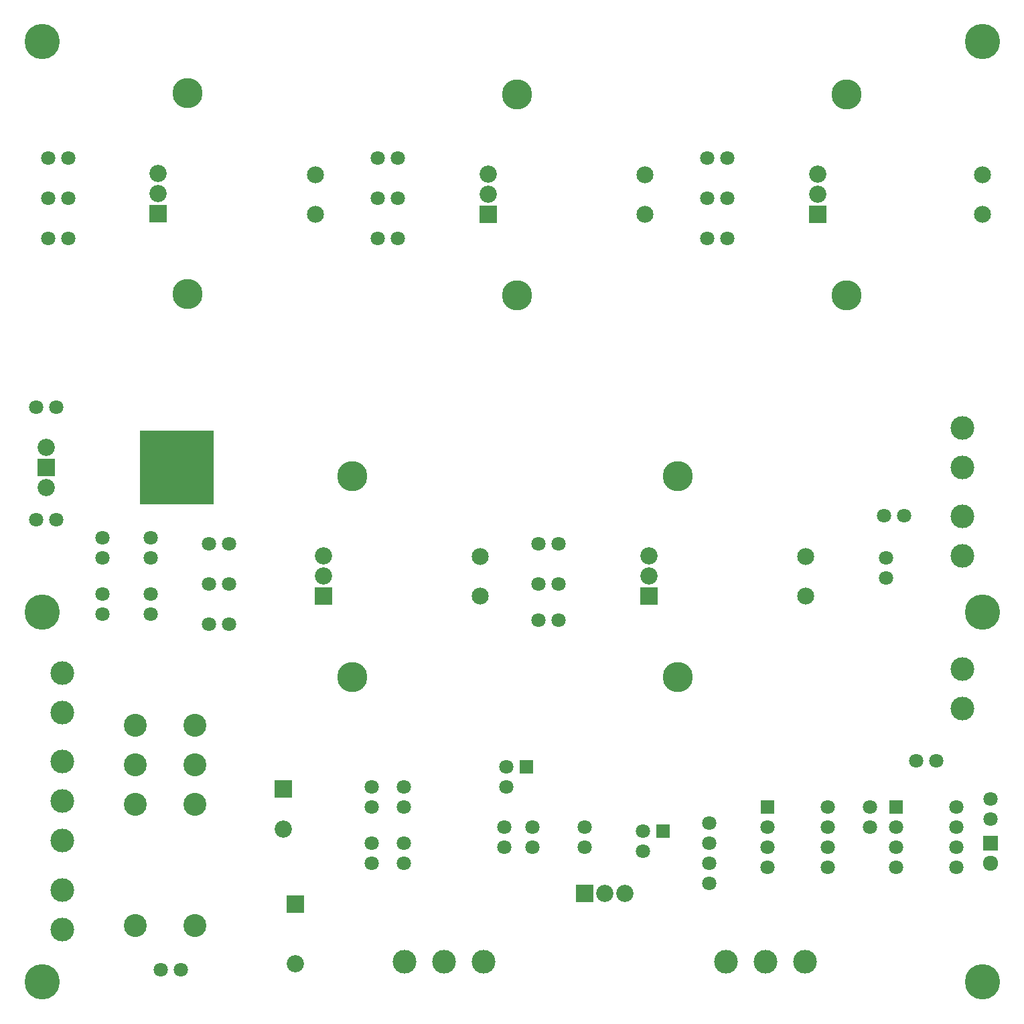
<source format=gts>
G04 (created by PCBNEW (2013-06-18 BZR 4216)-testing) date 12/22/2013 11:46:30 AM*
%MOIN*%
G04 Gerber Fmt 3.4, Leading zero omitted, Abs format*
%FSLAX34Y34*%
G01*
G70*
G90*
G04 APERTURE LIST*
%ADD10C,0.003937*%
%ADD11C,0.070748*%
%ADD12R,0.085748X0.085748*%
%ADD13C,0.085748*%
%ADD14R,0.075748X0.075748*%
%ADD15C,0.075748*%
%ADD16C,0.114173*%
%ADD17C,0.118110*%
%ADD18C,0.175748*%
%ADD19C,0.084646*%
%ADD20R,0.070748X0.070748*%
%ADD21R,0.365748X0.365748*%
%ADD22C,0.149606*%
G04 APERTURE END LIST*
G54D10*
G54D11*
X69900Y-23000D03*
X68900Y-23000D03*
X53500Y-23000D03*
X52500Y-23000D03*
X37100Y-23000D03*
X36100Y-23000D03*
X61500Y-42200D03*
X60500Y-42200D03*
X45100Y-42200D03*
X44100Y-42200D03*
G54D12*
X48400Y-58123D03*
G54D13*
X48400Y-61086D03*
G54D12*
X47800Y-52400D03*
G54D13*
X47800Y-54400D03*
G54D11*
X36500Y-33400D03*
X35500Y-33400D03*
X36500Y-39000D03*
X35500Y-39000D03*
X69900Y-25000D03*
X68900Y-25000D03*
X53500Y-25000D03*
X52500Y-25000D03*
X37100Y-25000D03*
X36100Y-25000D03*
X61500Y-44000D03*
X60500Y-44000D03*
X45100Y-44200D03*
X44100Y-44200D03*
G54D14*
X83000Y-55100D03*
G54D15*
X83000Y-56100D03*
G54D11*
X80300Y-51000D03*
X79300Y-51000D03*
G54D16*
X43400Y-51200D03*
X40447Y-51200D03*
X43400Y-49231D03*
X40447Y-49231D03*
X43400Y-53168D03*
X40447Y-53168D03*
X43400Y-59192D03*
X40447Y-59192D03*
G54D17*
X36800Y-46615D03*
X36800Y-48584D03*
X36800Y-48584D03*
X36800Y-46615D03*
X36800Y-53000D03*
X36800Y-54968D03*
X36800Y-54968D03*
X36800Y-53000D03*
X36800Y-51031D03*
X81600Y-46415D03*
X81600Y-48384D03*
X81600Y-48384D03*
X81600Y-46415D03*
X81600Y-38815D03*
X81600Y-40784D03*
X81600Y-40784D03*
X81600Y-38815D03*
X81600Y-34415D03*
X81600Y-36384D03*
X81600Y-36384D03*
X81600Y-34415D03*
G54D18*
X35800Y-15200D03*
X82600Y-15200D03*
X35800Y-62000D03*
X82600Y-62000D03*
X82600Y-43600D03*
X35800Y-43600D03*
G54D13*
X64800Y-57600D03*
X63800Y-57600D03*
G54D12*
X62800Y-57600D03*
G54D11*
X68900Y-21000D03*
X69900Y-21000D03*
G54D19*
X82600Y-21815D03*
X82600Y-23784D03*
G54D11*
X52500Y-21000D03*
X53500Y-21000D03*
G54D19*
X65800Y-21815D03*
X65800Y-23784D03*
G54D11*
X36100Y-21000D03*
X37100Y-21000D03*
G54D19*
X49400Y-21815D03*
X49400Y-23784D03*
G54D11*
X60500Y-40200D03*
X61500Y-40200D03*
G54D19*
X73800Y-40815D03*
X73800Y-42784D03*
G54D11*
X44100Y-40200D03*
X45100Y-40200D03*
G54D19*
X57600Y-40815D03*
X57600Y-42784D03*
G54D11*
X41700Y-61400D03*
X42700Y-61400D03*
X83000Y-52900D03*
X83000Y-53900D03*
X77000Y-53300D03*
X77000Y-54300D03*
X62800Y-55300D03*
X62800Y-54300D03*
X60200Y-55300D03*
X60200Y-54300D03*
X58800Y-55300D03*
X58800Y-54300D03*
X69000Y-54100D03*
X69000Y-55100D03*
X69000Y-56100D03*
X69000Y-57100D03*
X77800Y-40900D03*
X77800Y-41900D03*
X77700Y-38800D03*
X78700Y-38800D03*
G54D17*
X55800Y-61000D03*
X57768Y-61000D03*
X57768Y-61000D03*
X55800Y-61000D03*
X53831Y-61000D03*
X71800Y-61000D03*
X73768Y-61000D03*
X73768Y-61000D03*
X71800Y-61000D03*
X69831Y-61000D03*
X36800Y-59384D03*
X36800Y-57415D03*
X36800Y-57415D03*
X36800Y-59384D03*
G54D20*
X59900Y-51300D03*
G54D11*
X58900Y-51300D03*
X58900Y-52300D03*
G54D20*
X78300Y-53300D03*
G54D11*
X78300Y-54300D03*
X78300Y-55300D03*
X78300Y-56300D03*
X81300Y-56300D03*
X81300Y-55300D03*
X81300Y-54300D03*
X81300Y-53300D03*
G54D20*
X71900Y-53300D03*
G54D11*
X71900Y-54300D03*
X71900Y-55300D03*
X71900Y-56300D03*
X74900Y-56300D03*
X74900Y-55300D03*
X74900Y-54300D03*
X74900Y-53300D03*
X52200Y-52300D03*
X52200Y-53300D03*
X41200Y-39900D03*
X41200Y-40900D03*
X38800Y-40900D03*
X38800Y-39900D03*
X41200Y-42700D03*
X41200Y-43700D03*
X38800Y-43700D03*
X38800Y-42700D03*
X53800Y-56100D03*
X53800Y-55100D03*
X52200Y-55100D03*
X52200Y-56100D03*
X53800Y-53300D03*
X53800Y-52300D03*
G54D20*
X66700Y-54500D03*
G54D11*
X65700Y-54500D03*
X65700Y-55500D03*
G54D21*
X42500Y-36400D03*
G54D13*
X36000Y-35400D03*
G54D12*
X36000Y-36400D03*
G54D13*
X36000Y-37400D03*
X49800Y-40800D03*
X49800Y-41800D03*
G54D12*
X49800Y-42800D03*
G54D22*
X51256Y-36819D03*
X51256Y-46819D03*
G54D13*
X66000Y-40800D03*
X66000Y-41800D03*
G54D12*
X66000Y-42800D03*
G54D22*
X67456Y-36819D03*
X67456Y-46819D03*
G54D13*
X41574Y-21755D03*
X41574Y-22755D03*
G54D12*
X41574Y-23755D03*
G54D22*
X43031Y-17775D03*
X43031Y-27775D03*
G54D13*
X58000Y-21800D03*
X58000Y-22800D03*
G54D12*
X58000Y-23800D03*
G54D22*
X59456Y-17819D03*
X59456Y-27819D03*
G54D13*
X74400Y-21800D03*
X74400Y-22800D03*
G54D12*
X74400Y-23800D03*
G54D22*
X75856Y-17819D03*
X75856Y-27819D03*
M02*

</source>
